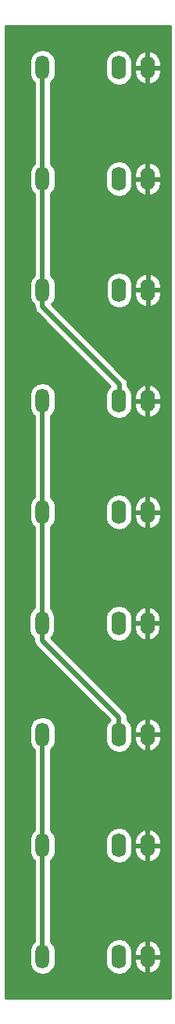
<source format=gbr>
G04 #@! TF.GenerationSoftware,KiCad,Pcbnew,(5.0.1-3-g963ef8bb5)*
G04 #@! TF.CreationDate,2019-01-13T13:31:38+08:00*
G04 #@! TF.ProjectId,PassiveMult,506173736976654D756C742E6B696361,rev?*
G04 #@! TF.SameCoordinates,PX8d9f26cPY642443c*
G04 #@! TF.FileFunction,Copper,L2,Bot,Signal*
G04 #@! TF.FilePolarity,Positive*
%FSLAX46Y46*%
G04 Gerber Fmt 4.6, Leading zero omitted, Abs format (unit mm)*
G04 Created by KiCad (PCBNEW (5.0.1-3-g963ef8bb5)) date 2019 January 13, Sunday 13:31:38*
%MOMM*%
%LPD*%
G01*
G04 APERTURE LIST*
G04 #@! TA.AperFunction,ComponentPad*
%ADD10O,1.600000X2.600000*%
G04 #@! TD*
G04 #@! TA.AperFunction,ComponentPad*
%ADD11O,1.600000X2.400000*%
G04 #@! TD*
G04 #@! TA.AperFunction,ComponentPad*
%ADD12O,1.500000X2.600000*%
G04 #@! TD*
G04 #@! TA.AperFunction,Conductor*
%ADD13C,0.500000*%
G04 #@! TD*
G04 #@! TA.AperFunction,Conductor*
%ADD14C,0.254000*%
G04 #@! TD*
G04 APERTURE END LIST*
D10*
G04 #@! TO.P,J9,TN*
G04 #@! TO.N,Net-(J9-PadTN)*
X3380000Y-48006000D03*
D11*
G04 #@! TO.P,J9,S*
G04 #@! TO.N,GND*
X6480000Y-48006000D03*
D12*
G04 #@! TO.P,J9,T*
G04 #@! TO.N,Net-(J7-PadT)*
X-4920000Y-48006000D03*
G04 #@! TD*
G04 #@! TO.P,J8,T*
G04 #@! TO.N,Net-(J7-PadT)*
X-4920000Y-35991800D03*
D11*
G04 #@! TO.P,J8,S*
G04 #@! TO.N,GND*
X6480000Y-35991800D03*
D10*
G04 #@! TO.P,J8,TN*
G04 #@! TO.N,Net-(J8-PadTN)*
X3380000Y-35991800D03*
G04 #@! TD*
G04 #@! TO.P,J7,TN*
G04 #@! TO.N,Net-(J4-PadT)*
X3380000Y-24003000D03*
D11*
G04 #@! TO.P,J7,S*
G04 #@! TO.N,GND*
X6480000Y-24003000D03*
D12*
G04 #@! TO.P,J7,T*
G04 #@! TO.N,Net-(J7-PadT)*
X-4920000Y-24003000D03*
G04 #@! TD*
G04 #@! TO.P,J6,T*
G04 #@! TO.N,Net-(J4-PadT)*
X-4945400Y-11988800D03*
D11*
G04 #@! TO.P,J6,S*
G04 #@! TO.N,GND*
X6454600Y-11988800D03*
D10*
G04 #@! TO.P,J6,TN*
G04 #@! TO.N,Net-(J6-PadTN)*
X3354600Y-11988800D03*
G04 #@! TD*
G04 #@! TO.P,J5,TN*
G04 #@! TO.N,Net-(J5-PadTN)*
X3380000Y0D03*
D11*
G04 #@! TO.P,J5,S*
G04 #@! TO.N,GND*
X6480000Y0D03*
D12*
G04 #@! TO.P,J5,T*
G04 #@! TO.N,Net-(J4-PadT)*
X-4920000Y0D03*
G04 #@! TD*
G04 #@! TO.P,J4,T*
G04 #@! TO.N,Net-(J4-PadT)*
X-4920000Y12014200D03*
D11*
G04 #@! TO.P,J4,S*
G04 #@! TO.N,GND*
X6480000Y12014200D03*
D10*
G04 #@! TO.P,J4,TN*
G04 #@! TO.N,Net-(J1-PadT)*
X3380000Y12014200D03*
G04 #@! TD*
G04 #@! TO.P,J3,TN*
G04 #@! TO.N,Net-(J3-PadTN)*
X3405400Y23977600D03*
D11*
G04 #@! TO.P,J3,S*
G04 #@! TO.N,GND*
X6505400Y23977600D03*
D12*
G04 #@! TO.P,J3,T*
G04 #@! TO.N,Net-(J1-PadT)*
X-4894600Y23977600D03*
G04 #@! TD*
G04 #@! TO.P,J2,T*
G04 #@! TO.N,Net-(J1-PadT)*
X-4920000Y35991800D03*
D11*
G04 #@! TO.P,J2,S*
G04 #@! TO.N,GND*
X6480000Y35991800D03*
D10*
G04 #@! TO.P,J2,TN*
G04 #@! TO.N,Net-(J2-PadTN)*
X3380000Y35991800D03*
G04 #@! TD*
G04 #@! TO.P,J1,TN*
G04 #@! TO.N,Net-(J1-PadTN)*
X3380000Y48006000D03*
D11*
G04 #@! TO.P,J1,S*
G04 #@! TO.N,GND*
X6480000Y48006000D03*
D12*
G04 #@! TO.P,J1,T*
G04 #@! TO.N,Net-(J1-PadT)*
X-4920000Y48006000D03*
G04 #@! TD*
D13*
G04 #@! TO.N,Net-(J1-PadT)*
X-4920000Y48006000D02*
X-4920000Y35991800D01*
X-4920000Y24003000D02*
X-4894600Y23977600D01*
X-4920000Y35991800D02*
X-4920000Y24003000D01*
X3429000Y12063200D02*
X3380000Y12014200D01*
X3429000Y13843000D02*
X3429000Y12063200D01*
X-4894600Y22166600D02*
X3429000Y13843000D01*
X-4894600Y23977600D02*
X-4894600Y22166600D01*
G04 #@! TO.N,Net-(J4-PadT)*
X-4920000Y12014200D02*
X-4920000Y0D01*
X-4920000Y-11963400D02*
X-4945400Y-11988800D01*
X-4920000Y0D02*
X-4920000Y-11963400D01*
X3380000Y-22176000D02*
X3380000Y-24003000D01*
X-4945400Y-13850600D02*
X3380000Y-22176000D01*
X-4945400Y-11988800D02*
X-4945400Y-13850600D01*
G04 #@! TO.N,Net-(J7-PadT)*
X-4920000Y-25803000D02*
X-4920000Y-35991800D01*
X-4920000Y-24003000D02*
X-4920000Y-25803000D01*
X-4920000Y-37791800D02*
X-4920000Y-48006000D01*
X-4920000Y-35991800D02*
X-4920000Y-37791800D01*
G04 #@! TD*
D14*
G04 #@! TO.N,GND*
G36*
X8925000Y-52512460D02*
X-8925000Y-52512460D01*
X-8925000Y-23316594D01*
X-6305000Y-23316594D01*
X-6305000Y-24689407D01*
X-6224641Y-25093400D01*
X-5918528Y-25551529D01*
X-5804999Y-25627387D01*
X-5804999Y-25715831D01*
X-5805000Y-25715836D01*
X-5804999Y-34367414D01*
X-5918529Y-34443272D01*
X-6224641Y-34901401D01*
X-6305000Y-35305394D01*
X-6305000Y-36678207D01*
X-6224641Y-37082200D01*
X-5918528Y-37540329D01*
X-5804999Y-37616187D01*
X-5804999Y-37704631D01*
X-5805000Y-37704636D01*
X-5804999Y-46381614D01*
X-5918529Y-46457472D01*
X-6224641Y-46915601D01*
X-6305000Y-47319594D01*
X-6305000Y-48692407D01*
X-6224641Y-49096400D01*
X-5918528Y-49554529D01*
X-5460399Y-49860641D01*
X-4920000Y-49968133D01*
X-4379600Y-49860641D01*
X-3921471Y-49554529D01*
X-3615359Y-49096400D01*
X-3535000Y-48692407D01*
X-3535000Y-47364668D01*
X1945000Y-47364668D01*
X1945000Y-48647333D01*
X2028260Y-49065909D01*
X2345424Y-49540577D01*
X2820092Y-49857740D01*
X3380000Y-49969113D01*
X3939909Y-49857740D01*
X4414577Y-49540577D01*
X4731740Y-49065909D01*
X4815000Y-48647333D01*
X4815000Y-48133000D01*
X5045000Y-48133000D01*
X5045000Y-48533000D01*
X5202834Y-49072483D01*
X5555104Y-49510500D01*
X6048181Y-49780367D01*
X6130961Y-49797904D01*
X6353000Y-49675915D01*
X6353000Y-48133000D01*
X6607000Y-48133000D01*
X6607000Y-49675915D01*
X6829039Y-49797904D01*
X6911819Y-49780367D01*
X7404896Y-49510500D01*
X7757166Y-49072483D01*
X7915000Y-48533000D01*
X7915000Y-48133000D01*
X6607000Y-48133000D01*
X6353000Y-48133000D01*
X5045000Y-48133000D01*
X4815000Y-48133000D01*
X4815000Y-47479000D01*
X5045000Y-47479000D01*
X5045000Y-47879000D01*
X6353000Y-47879000D01*
X6353000Y-46336085D01*
X6607000Y-46336085D01*
X6607000Y-47879000D01*
X7915000Y-47879000D01*
X7915000Y-47479000D01*
X7757166Y-46939517D01*
X7404896Y-46501500D01*
X6911819Y-46231633D01*
X6829039Y-46214096D01*
X6607000Y-46336085D01*
X6353000Y-46336085D01*
X6130961Y-46214096D01*
X6048181Y-46231633D01*
X5555104Y-46501500D01*
X5202834Y-46939517D01*
X5045000Y-47479000D01*
X4815000Y-47479000D01*
X4815000Y-47364667D01*
X4731740Y-46946091D01*
X4414576Y-46471423D01*
X3939908Y-46154260D01*
X3380000Y-46042887D01*
X2820091Y-46154260D01*
X2345423Y-46471424D01*
X2028260Y-46946092D01*
X1945000Y-47364668D01*
X-3535000Y-47364668D01*
X-3535000Y-47319593D01*
X-3615359Y-46915600D01*
X-3921472Y-46457471D01*
X-4035000Y-46381614D01*
X-4035000Y-37616187D01*
X-3921471Y-37540329D01*
X-3615359Y-37082200D01*
X-3535000Y-36678207D01*
X-3535000Y-35350468D01*
X1945000Y-35350468D01*
X1945000Y-36633133D01*
X2028260Y-37051709D01*
X2345424Y-37526377D01*
X2820092Y-37843540D01*
X3380000Y-37954913D01*
X3939909Y-37843540D01*
X4414577Y-37526377D01*
X4731740Y-37051709D01*
X4815000Y-36633133D01*
X4815000Y-36118800D01*
X5045000Y-36118800D01*
X5045000Y-36518800D01*
X5202834Y-37058283D01*
X5555104Y-37496300D01*
X6048181Y-37766167D01*
X6130961Y-37783704D01*
X6353000Y-37661715D01*
X6353000Y-36118800D01*
X6607000Y-36118800D01*
X6607000Y-37661715D01*
X6829039Y-37783704D01*
X6911819Y-37766167D01*
X7404896Y-37496300D01*
X7757166Y-37058283D01*
X7915000Y-36518800D01*
X7915000Y-36118800D01*
X6607000Y-36118800D01*
X6353000Y-36118800D01*
X5045000Y-36118800D01*
X4815000Y-36118800D01*
X4815000Y-35464800D01*
X5045000Y-35464800D01*
X5045000Y-35864800D01*
X6353000Y-35864800D01*
X6353000Y-34321885D01*
X6607000Y-34321885D01*
X6607000Y-35864800D01*
X7915000Y-35864800D01*
X7915000Y-35464800D01*
X7757166Y-34925317D01*
X7404896Y-34487300D01*
X6911819Y-34217433D01*
X6829039Y-34199896D01*
X6607000Y-34321885D01*
X6353000Y-34321885D01*
X6130961Y-34199896D01*
X6048181Y-34217433D01*
X5555104Y-34487300D01*
X5202834Y-34925317D01*
X5045000Y-35464800D01*
X4815000Y-35464800D01*
X4815000Y-35350467D01*
X4731740Y-34931891D01*
X4414576Y-34457223D01*
X3939908Y-34140060D01*
X3380000Y-34028687D01*
X2820091Y-34140060D01*
X2345423Y-34457224D01*
X2028260Y-34931892D01*
X1945000Y-35350468D01*
X-3535000Y-35350468D01*
X-3535000Y-35305393D01*
X-3615359Y-34901400D01*
X-3921472Y-34443271D01*
X-4035000Y-34367414D01*
X-4035000Y-25627387D01*
X-3921471Y-25551529D01*
X-3615359Y-25093400D01*
X-3535000Y-24689407D01*
X-3535000Y-23316593D01*
X-3615359Y-22912600D01*
X-3921472Y-22454471D01*
X-4379601Y-22148359D01*
X-4920000Y-22040867D01*
X-5460400Y-22148359D01*
X-5918529Y-22454472D01*
X-6224641Y-22912601D01*
X-6305000Y-23316594D01*
X-8925000Y-23316594D01*
X-8925000Y-11302394D01*
X-6330400Y-11302394D01*
X-6330400Y-12675207D01*
X-6250041Y-13079200D01*
X-5943928Y-13537329D01*
X-5830399Y-13613187D01*
X-5830399Y-13763435D01*
X-5847737Y-13850600D01*
X-5779052Y-14195909D01*
X-5632824Y-14414754D01*
X-5632822Y-14414756D01*
X-5583448Y-14488649D01*
X-5509555Y-14538023D01*
X2390635Y-22438214D01*
X2345423Y-22468424D01*
X2028260Y-22943092D01*
X1945000Y-23361668D01*
X1945000Y-24644333D01*
X2028260Y-25062909D01*
X2345424Y-25537577D01*
X2820092Y-25854740D01*
X3380000Y-25966113D01*
X3939909Y-25854740D01*
X4414577Y-25537577D01*
X4731740Y-25062909D01*
X4815000Y-24644333D01*
X4815000Y-24130000D01*
X5045000Y-24130000D01*
X5045000Y-24530000D01*
X5202834Y-25069483D01*
X5555104Y-25507500D01*
X6048181Y-25777367D01*
X6130961Y-25794904D01*
X6353000Y-25672915D01*
X6353000Y-24130000D01*
X6607000Y-24130000D01*
X6607000Y-25672915D01*
X6829039Y-25794904D01*
X6911819Y-25777367D01*
X7404896Y-25507500D01*
X7757166Y-25069483D01*
X7915000Y-24530000D01*
X7915000Y-24130000D01*
X6607000Y-24130000D01*
X6353000Y-24130000D01*
X5045000Y-24130000D01*
X4815000Y-24130000D01*
X4815000Y-23476000D01*
X5045000Y-23476000D01*
X5045000Y-23876000D01*
X6353000Y-23876000D01*
X6353000Y-22333085D01*
X6607000Y-22333085D01*
X6607000Y-23876000D01*
X7915000Y-23876000D01*
X7915000Y-23476000D01*
X7757166Y-22936517D01*
X7404896Y-22498500D01*
X6911819Y-22228633D01*
X6829039Y-22211096D01*
X6607000Y-22333085D01*
X6353000Y-22333085D01*
X6130961Y-22211096D01*
X6048181Y-22228633D01*
X5555104Y-22498500D01*
X5202834Y-22936517D01*
X5045000Y-23476000D01*
X4815000Y-23476000D01*
X4815000Y-23361667D01*
X4731740Y-22943091D01*
X4414576Y-22468423D01*
X4265000Y-22368480D01*
X4265000Y-22263161D01*
X4282337Y-22176000D01*
X4265000Y-22088839D01*
X4265000Y-22088835D01*
X4213652Y-21830690D01*
X4018049Y-21537951D01*
X3944156Y-21488578D01*
X-3982971Y-13561451D01*
X-3946871Y-13537329D01*
X-3640759Y-13079200D01*
X-3560400Y-12675207D01*
X-3560400Y-11347468D01*
X1919600Y-11347468D01*
X1919600Y-12630133D01*
X2002860Y-13048709D01*
X2320024Y-13523377D01*
X2794692Y-13840540D01*
X3354600Y-13951913D01*
X3914509Y-13840540D01*
X4389177Y-13523377D01*
X4706340Y-13048709D01*
X4789600Y-12630133D01*
X4789600Y-12115800D01*
X5019600Y-12115800D01*
X5019600Y-12515800D01*
X5177434Y-13055283D01*
X5529704Y-13493300D01*
X6022781Y-13763167D01*
X6105561Y-13780704D01*
X6327600Y-13658715D01*
X6327600Y-12115800D01*
X6581600Y-12115800D01*
X6581600Y-13658715D01*
X6803639Y-13780704D01*
X6886419Y-13763167D01*
X7379496Y-13493300D01*
X7731766Y-13055283D01*
X7889600Y-12515800D01*
X7889600Y-12115800D01*
X6581600Y-12115800D01*
X6327600Y-12115800D01*
X5019600Y-12115800D01*
X4789600Y-12115800D01*
X4789600Y-11461800D01*
X5019600Y-11461800D01*
X5019600Y-11861800D01*
X6327600Y-11861800D01*
X6327600Y-10318885D01*
X6581600Y-10318885D01*
X6581600Y-11861800D01*
X7889600Y-11861800D01*
X7889600Y-11461800D01*
X7731766Y-10922317D01*
X7379496Y-10484300D01*
X6886419Y-10214433D01*
X6803639Y-10196896D01*
X6581600Y-10318885D01*
X6327600Y-10318885D01*
X6105561Y-10196896D01*
X6022781Y-10214433D01*
X5529704Y-10484300D01*
X5177434Y-10922317D01*
X5019600Y-11461800D01*
X4789600Y-11461800D01*
X4789600Y-11347467D01*
X4706340Y-10928891D01*
X4389176Y-10454223D01*
X3914508Y-10137060D01*
X3354600Y-10025687D01*
X2794691Y-10137060D01*
X2320023Y-10454224D01*
X2002860Y-10928892D01*
X1919600Y-11347468D01*
X-3560400Y-11347468D01*
X-3560400Y-11302393D01*
X-3640759Y-10898400D01*
X-3946872Y-10440271D01*
X-4035000Y-10381386D01*
X-4035000Y-1624387D01*
X-3921471Y-1548529D01*
X-3615359Y-1090400D01*
X-3535000Y-686407D01*
X-3535000Y641332D01*
X1945000Y641332D01*
X1945000Y-641333D01*
X2028260Y-1059909D01*
X2345424Y-1534577D01*
X2820092Y-1851740D01*
X3380000Y-1963113D01*
X3939909Y-1851740D01*
X4414577Y-1534577D01*
X4731740Y-1059909D01*
X4815000Y-641333D01*
X4815000Y-127000D01*
X5045000Y-127000D01*
X5045000Y-527000D01*
X5202834Y-1066483D01*
X5555104Y-1504500D01*
X6048181Y-1774367D01*
X6130961Y-1791904D01*
X6353000Y-1669915D01*
X6353000Y-127000D01*
X6607000Y-127000D01*
X6607000Y-1669915D01*
X6829039Y-1791904D01*
X6911819Y-1774367D01*
X7404896Y-1504500D01*
X7757166Y-1066483D01*
X7915000Y-527000D01*
X7915000Y-127000D01*
X6607000Y-127000D01*
X6353000Y-127000D01*
X5045000Y-127000D01*
X4815000Y-127000D01*
X4815000Y527000D01*
X5045000Y527000D01*
X5045000Y127000D01*
X6353000Y127000D01*
X6353000Y1669915D01*
X6607000Y1669915D01*
X6607000Y127000D01*
X7915000Y127000D01*
X7915000Y527000D01*
X7757166Y1066483D01*
X7404896Y1504500D01*
X6911819Y1774367D01*
X6829039Y1791904D01*
X6607000Y1669915D01*
X6353000Y1669915D01*
X6130961Y1791904D01*
X6048181Y1774367D01*
X5555104Y1504500D01*
X5202834Y1066483D01*
X5045000Y527000D01*
X4815000Y527000D01*
X4815000Y641333D01*
X4731740Y1059909D01*
X4414576Y1534577D01*
X3939908Y1851740D01*
X3380000Y1963113D01*
X2820091Y1851740D01*
X2345423Y1534576D01*
X2028260Y1059908D01*
X1945000Y641332D01*
X-3535000Y641332D01*
X-3535000Y686407D01*
X-3615359Y1090400D01*
X-3921472Y1548529D01*
X-4035000Y1624386D01*
X-4035000Y10389813D01*
X-3921471Y10465671D01*
X-3615359Y10923800D01*
X-3535000Y11327793D01*
X-3535000Y12700607D01*
X-3615359Y13104600D01*
X-3921472Y13562729D01*
X-4379601Y13868841D01*
X-4920000Y13976333D01*
X-5460400Y13868841D01*
X-5918529Y13562728D01*
X-6224641Y13104599D01*
X-6305000Y12700606D01*
X-6305000Y11327793D01*
X-6224641Y10923800D01*
X-5918528Y10465671D01*
X-5805000Y10389814D01*
X-5804999Y1624386D01*
X-5918529Y1548528D01*
X-6224641Y1090399D01*
X-6305000Y686406D01*
X-6305000Y-686407D01*
X-6224641Y-1090400D01*
X-5918528Y-1548529D01*
X-5805000Y-1624386D01*
X-5804999Y-10347442D01*
X-5943929Y-10440272D01*
X-6250041Y-10898401D01*
X-6330400Y-11302394D01*
X-8925000Y-11302394D01*
X-8925000Y48692406D01*
X-6305000Y48692406D01*
X-6305000Y47319593D01*
X-6224641Y46915600D01*
X-5918528Y46457471D01*
X-5805000Y46381614D01*
X-5804999Y37616186D01*
X-5918529Y37540328D01*
X-6224641Y37082199D01*
X-6305000Y36678206D01*
X-6305000Y35305393D01*
X-6224641Y34901400D01*
X-5918528Y34443271D01*
X-5805000Y34367414D01*
X-5804999Y25585015D01*
X-5893129Y25526128D01*
X-6199241Y25067999D01*
X-6279600Y24664006D01*
X-6279600Y23291193D01*
X-6199241Y22887200D01*
X-5893128Y22429071D01*
X-5779599Y22353213D01*
X-5779599Y22253765D01*
X-5796937Y22166600D01*
X-5728252Y21821291D01*
X-5582024Y21602446D01*
X-5582022Y21602444D01*
X-5532648Y21528551D01*
X-5458755Y21479177D01*
X2421087Y13599334D01*
X2345423Y13548776D01*
X2028260Y13074108D01*
X1945000Y12655532D01*
X1945000Y11372867D01*
X2028260Y10954291D01*
X2345424Y10479623D01*
X2820092Y10162460D01*
X3380000Y10051087D01*
X3939909Y10162460D01*
X4414577Y10479623D01*
X4731740Y10954291D01*
X4815000Y11372867D01*
X4815000Y11887200D01*
X5045000Y11887200D01*
X5045000Y11487200D01*
X5202834Y10947717D01*
X5555104Y10509700D01*
X6048181Y10239833D01*
X6130961Y10222296D01*
X6353000Y10344285D01*
X6353000Y11887200D01*
X6607000Y11887200D01*
X6607000Y10344285D01*
X6829039Y10222296D01*
X6911819Y10239833D01*
X7404896Y10509700D01*
X7757166Y10947717D01*
X7915000Y11487200D01*
X7915000Y11887200D01*
X6607000Y11887200D01*
X6353000Y11887200D01*
X5045000Y11887200D01*
X4815000Y11887200D01*
X4815000Y12541200D01*
X5045000Y12541200D01*
X5045000Y12141200D01*
X6353000Y12141200D01*
X6353000Y13684115D01*
X6607000Y13684115D01*
X6607000Y12141200D01*
X7915000Y12141200D01*
X7915000Y12541200D01*
X7757166Y13080683D01*
X7404896Y13518700D01*
X6911819Y13788567D01*
X6829039Y13806104D01*
X6607000Y13684115D01*
X6353000Y13684115D01*
X6130961Y13806104D01*
X6048181Y13788567D01*
X5555104Y13518700D01*
X5202834Y13080683D01*
X5045000Y12541200D01*
X4815000Y12541200D01*
X4815000Y12655533D01*
X4731740Y13074109D01*
X4414576Y13548777D01*
X4314000Y13615980D01*
X4314000Y13755840D01*
X4331337Y13843001D01*
X4314000Y13930164D01*
X4314000Y13930165D01*
X4262652Y14188310D01*
X4067049Y14481049D01*
X3993156Y14530422D01*
X-3901719Y22425297D01*
X-3896071Y22429071D01*
X-3589959Y22887200D01*
X-3509600Y23291193D01*
X-3509600Y24618932D01*
X1970400Y24618932D01*
X1970400Y23336267D01*
X2053660Y22917691D01*
X2370824Y22443023D01*
X2845492Y22125860D01*
X3405400Y22014487D01*
X3965309Y22125860D01*
X4439977Y22443023D01*
X4757140Y22917691D01*
X4840400Y23336267D01*
X4840400Y23850600D01*
X5070400Y23850600D01*
X5070400Y23450600D01*
X5228234Y22911117D01*
X5580504Y22473100D01*
X6073581Y22203233D01*
X6156361Y22185696D01*
X6378400Y22307685D01*
X6378400Y23850600D01*
X6632400Y23850600D01*
X6632400Y22307685D01*
X6854439Y22185696D01*
X6937219Y22203233D01*
X7430296Y22473100D01*
X7782566Y22911117D01*
X7940400Y23450600D01*
X7940400Y23850600D01*
X6632400Y23850600D01*
X6378400Y23850600D01*
X5070400Y23850600D01*
X4840400Y23850600D01*
X4840400Y24504600D01*
X5070400Y24504600D01*
X5070400Y24104600D01*
X6378400Y24104600D01*
X6378400Y25647515D01*
X6632400Y25647515D01*
X6632400Y24104600D01*
X7940400Y24104600D01*
X7940400Y24504600D01*
X7782566Y25044083D01*
X7430296Y25482100D01*
X6937219Y25751967D01*
X6854439Y25769504D01*
X6632400Y25647515D01*
X6378400Y25647515D01*
X6156361Y25769504D01*
X6073581Y25751967D01*
X5580504Y25482100D01*
X5228234Y25044083D01*
X5070400Y24504600D01*
X4840400Y24504600D01*
X4840400Y24618933D01*
X4757140Y25037509D01*
X4439976Y25512177D01*
X3965308Y25829340D01*
X3405400Y25940713D01*
X2845491Y25829340D01*
X2370823Y25512176D01*
X2053660Y25037508D01*
X1970400Y24618932D01*
X-3509600Y24618932D01*
X-3509600Y24664007D01*
X-3589959Y25068000D01*
X-3896072Y25526129D01*
X-4035000Y25618958D01*
X-4035000Y34367413D01*
X-3921471Y34443271D01*
X-3615359Y34901400D01*
X-3535000Y35305393D01*
X-3535000Y36633132D01*
X1945000Y36633132D01*
X1945000Y35350467D01*
X2028260Y34931891D01*
X2345424Y34457223D01*
X2820092Y34140060D01*
X3380000Y34028687D01*
X3939909Y34140060D01*
X4414577Y34457223D01*
X4731740Y34931891D01*
X4815000Y35350467D01*
X4815000Y35864800D01*
X5045000Y35864800D01*
X5045000Y35464800D01*
X5202834Y34925317D01*
X5555104Y34487300D01*
X6048181Y34217433D01*
X6130961Y34199896D01*
X6353000Y34321885D01*
X6353000Y35864800D01*
X6607000Y35864800D01*
X6607000Y34321885D01*
X6829039Y34199896D01*
X6911819Y34217433D01*
X7404896Y34487300D01*
X7757166Y34925317D01*
X7915000Y35464800D01*
X7915000Y35864800D01*
X6607000Y35864800D01*
X6353000Y35864800D01*
X5045000Y35864800D01*
X4815000Y35864800D01*
X4815000Y36518800D01*
X5045000Y36518800D01*
X5045000Y36118800D01*
X6353000Y36118800D01*
X6353000Y37661715D01*
X6607000Y37661715D01*
X6607000Y36118800D01*
X7915000Y36118800D01*
X7915000Y36518800D01*
X7757166Y37058283D01*
X7404896Y37496300D01*
X6911819Y37766167D01*
X6829039Y37783704D01*
X6607000Y37661715D01*
X6353000Y37661715D01*
X6130961Y37783704D01*
X6048181Y37766167D01*
X5555104Y37496300D01*
X5202834Y37058283D01*
X5045000Y36518800D01*
X4815000Y36518800D01*
X4815000Y36633133D01*
X4731740Y37051709D01*
X4414576Y37526377D01*
X3939908Y37843540D01*
X3380000Y37954913D01*
X2820091Y37843540D01*
X2345423Y37526376D01*
X2028260Y37051708D01*
X1945000Y36633132D01*
X-3535000Y36633132D01*
X-3535000Y36678207D01*
X-3615359Y37082200D01*
X-3921472Y37540329D01*
X-4035000Y37616186D01*
X-4035000Y46381613D01*
X-3921471Y46457471D01*
X-3615359Y46915600D01*
X-3535000Y47319593D01*
X-3535000Y48647332D01*
X1945000Y48647332D01*
X1945000Y47364667D01*
X2028260Y46946091D01*
X2345424Y46471423D01*
X2820092Y46154260D01*
X3380000Y46042887D01*
X3939909Y46154260D01*
X4414577Y46471423D01*
X4731740Y46946091D01*
X4815000Y47364667D01*
X4815000Y47879000D01*
X5045000Y47879000D01*
X5045000Y47479000D01*
X5202834Y46939517D01*
X5555104Y46501500D01*
X6048181Y46231633D01*
X6130961Y46214096D01*
X6353000Y46336085D01*
X6353000Y47879000D01*
X6607000Y47879000D01*
X6607000Y46336085D01*
X6829039Y46214096D01*
X6911819Y46231633D01*
X7404896Y46501500D01*
X7757166Y46939517D01*
X7915000Y47479000D01*
X7915000Y47879000D01*
X6607000Y47879000D01*
X6353000Y47879000D01*
X5045000Y47879000D01*
X4815000Y47879000D01*
X4815000Y48533000D01*
X5045000Y48533000D01*
X5045000Y48133000D01*
X6353000Y48133000D01*
X6353000Y49675915D01*
X6607000Y49675915D01*
X6607000Y48133000D01*
X7915000Y48133000D01*
X7915000Y48533000D01*
X7757166Y49072483D01*
X7404896Y49510500D01*
X6911819Y49780367D01*
X6829039Y49797904D01*
X6607000Y49675915D01*
X6353000Y49675915D01*
X6130961Y49797904D01*
X6048181Y49780367D01*
X5555104Y49510500D01*
X5202834Y49072483D01*
X5045000Y48533000D01*
X4815000Y48533000D01*
X4815000Y48647333D01*
X4731740Y49065909D01*
X4414576Y49540577D01*
X3939908Y49857740D01*
X3380000Y49969113D01*
X2820091Y49857740D01*
X2345423Y49540576D01*
X2028260Y49065908D01*
X1945000Y48647332D01*
X-3535000Y48647332D01*
X-3535000Y48692407D01*
X-3615359Y49096400D01*
X-3921472Y49554529D01*
X-4379601Y49860641D01*
X-4920000Y49968133D01*
X-5460400Y49860641D01*
X-5918529Y49554528D01*
X-6224641Y49096399D01*
X-6305000Y48692406D01*
X-8925000Y48692406D01*
X-8925000Y52517540D01*
X8925001Y52517540D01*
X8925000Y-52512460D01*
X8925000Y-52512460D01*
G37*
X8925000Y-52512460D02*
X-8925000Y-52512460D01*
X-8925000Y-23316594D01*
X-6305000Y-23316594D01*
X-6305000Y-24689407D01*
X-6224641Y-25093400D01*
X-5918528Y-25551529D01*
X-5804999Y-25627387D01*
X-5804999Y-25715831D01*
X-5805000Y-25715836D01*
X-5804999Y-34367414D01*
X-5918529Y-34443272D01*
X-6224641Y-34901401D01*
X-6305000Y-35305394D01*
X-6305000Y-36678207D01*
X-6224641Y-37082200D01*
X-5918528Y-37540329D01*
X-5804999Y-37616187D01*
X-5804999Y-37704631D01*
X-5805000Y-37704636D01*
X-5804999Y-46381614D01*
X-5918529Y-46457472D01*
X-6224641Y-46915601D01*
X-6305000Y-47319594D01*
X-6305000Y-48692407D01*
X-6224641Y-49096400D01*
X-5918528Y-49554529D01*
X-5460399Y-49860641D01*
X-4920000Y-49968133D01*
X-4379600Y-49860641D01*
X-3921471Y-49554529D01*
X-3615359Y-49096400D01*
X-3535000Y-48692407D01*
X-3535000Y-47364668D01*
X1945000Y-47364668D01*
X1945000Y-48647333D01*
X2028260Y-49065909D01*
X2345424Y-49540577D01*
X2820092Y-49857740D01*
X3380000Y-49969113D01*
X3939909Y-49857740D01*
X4414577Y-49540577D01*
X4731740Y-49065909D01*
X4815000Y-48647333D01*
X4815000Y-48133000D01*
X5045000Y-48133000D01*
X5045000Y-48533000D01*
X5202834Y-49072483D01*
X5555104Y-49510500D01*
X6048181Y-49780367D01*
X6130961Y-49797904D01*
X6353000Y-49675915D01*
X6353000Y-48133000D01*
X6607000Y-48133000D01*
X6607000Y-49675915D01*
X6829039Y-49797904D01*
X6911819Y-49780367D01*
X7404896Y-49510500D01*
X7757166Y-49072483D01*
X7915000Y-48533000D01*
X7915000Y-48133000D01*
X6607000Y-48133000D01*
X6353000Y-48133000D01*
X5045000Y-48133000D01*
X4815000Y-48133000D01*
X4815000Y-47479000D01*
X5045000Y-47479000D01*
X5045000Y-47879000D01*
X6353000Y-47879000D01*
X6353000Y-46336085D01*
X6607000Y-46336085D01*
X6607000Y-47879000D01*
X7915000Y-47879000D01*
X7915000Y-47479000D01*
X7757166Y-46939517D01*
X7404896Y-46501500D01*
X6911819Y-46231633D01*
X6829039Y-46214096D01*
X6607000Y-46336085D01*
X6353000Y-46336085D01*
X6130961Y-46214096D01*
X6048181Y-46231633D01*
X5555104Y-46501500D01*
X5202834Y-46939517D01*
X5045000Y-47479000D01*
X4815000Y-47479000D01*
X4815000Y-47364667D01*
X4731740Y-46946091D01*
X4414576Y-46471423D01*
X3939908Y-46154260D01*
X3380000Y-46042887D01*
X2820091Y-46154260D01*
X2345423Y-46471424D01*
X2028260Y-46946092D01*
X1945000Y-47364668D01*
X-3535000Y-47364668D01*
X-3535000Y-47319593D01*
X-3615359Y-46915600D01*
X-3921472Y-46457471D01*
X-4035000Y-46381614D01*
X-4035000Y-37616187D01*
X-3921471Y-37540329D01*
X-3615359Y-37082200D01*
X-3535000Y-36678207D01*
X-3535000Y-35350468D01*
X1945000Y-35350468D01*
X1945000Y-36633133D01*
X2028260Y-37051709D01*
X2345424Y-37526377D01*
X2820092Y-37843540D01*
X3380000Y-37954913D01*
X3939909Y-37843540D01*
X4414577Y-37526377D01*
X4731740Y-37051709D01*
X4815000Y-36633133D01*
X4815000Y-36118800D01*
X5045000Y-36118800D01*
X5045000Y-36518800D01*
X5202834Y-37058283D01*
X5555104Y-37496300D01*
X6048181Y-37766167D01*
X6130961Y-37783704D01*
X6353000Y-37661715D01*
X6353000Y-36118800D01*
X6607000Y-36118800D01*
X6607000Y-37661715D01*
X6829039Y-37783704D01*
X6911819Y-37766167D01*
X7404896Y-37496300D01*
X7757166Y-37058283D01*
X7915000Y-36518800D01*
X7915000Y-36118800D01*
X6607000Y-36118800D01*
X6353000Y-36118800D01*
X5045000Y-36118800D01*
X4815000Y-36118800D01*
X4815000Y-35464800D01*
X5045000Y-35464800D01*
X5045000Y-35864800D01*
X6353000Y-35864800D01*
X6353000Y-34321885D01*
X6607000Y-34321885D01*
X6607000Y-35864800D01*
X7915000Y-35864800D01*
X7915000Y-35464800D01*
X7757166Y-34925317D01*
X7404896Y-34487300D01*
X6911819Y-34217433D01*
X6829039Y-34199896D01*
X6607000Y-34321885D01*
X6353000Y-34321885D01*
X6130961Y-34199896D01*
X6048181Y-34217433D01*
X5555104Y-34487300D01*
X5202834Y-34925317D01*
X5045000Y-35464800D01*
X4815000Y-35464800D01*
X4815000Y-35350467D01*
X4731740Y-34931891D01*
X4414576Y-34457223D01*
X3939908Y-34140060D01*
X3380000Y-34028687D01*
X2820091Y-34140060D01*
X2345423Y-34457224D01*
X2028260Y-34931892D01*
X1945000Y-35350468D01*
X-3535000Y-35350468D01*
X-3535000Y-35305393D01*
X-3615359Y-34901400D01*
X-3921472Y-34443271D01*
X-4035000Y-34367414D01*
X-4035000Y-25627387D01*
X-3921471Y-25551529D01*
X-3615359Y-25093400D01*
X-3535000Y-24689407D01*
X-3535000Y-23316593D01*
X-3615359Y-22912600D01*
X-3921472Y-22454471D01*
X-4379601Y-22148359D01*
X-4920000Y-22040867D01*
X-5460400Y-22148359D01*
X-5918529Y-22454472D01*
X-6224641Y-22912601D01*
X-6305000Y-23316594D01*
X-8925000Y-23316594D01*
X-8925000Y-11302394D01*
X-6330400Y-11302394D01*
X-6330400Y-12675207D01*
X-6250041Y-13079200D01*
X-5943928Y-13537329D01*
X-5830399Y-13613187D01*
X-5830399Y-13763435D01*
X-5847737Y-13850600D01*
X-5779052Y-14195909D01*
X-5632824Y-14414754D01*
X-5632822Y-14414756D01*
X-5583448Y-14488649D01*
X-5509555Y-14538023D01*
X2390635Y-22438214D01*
X2345423Y-22468424D01*
X2028260Y-22943092D01*
X1945000Y-23361668D01*
X1945000Y-24644333D01*
X2028260Y-25062909D01*
X2345424Y-25537577D01*
X2820092Y-25854740D01*
X3380000Y-25966113D01*
X3939909Y-25854740D01*
X4414577Y-25537577D01*
X4731740Y-25062909D01*
X4815000Y-24644333D01*
X4815000Y-24130000D01*
X5045000Y-24130000D01*
X5045000Y-24530000D01*
X5202834Y-25069483D01*
X5555104Y-25507500D01*
X6048181Y-25777367D01*
X6130961Y-25794904D01*
X6353000Y-25672915D01*
X6353000Y-24130000D01*
X6607000Y-24130000D01*
X6607000Y-25672915D01*
X6829039Y-25794904D01*
X6911819Y-25777367D01*
X7404896Y-25507500D01*
X7757166Y-25069483D01*
X7915000Y-24530000D01*
X7915000Y-24130000D01*
X6607000Y-24130000D01*
X6353000Y-24130000D01*
X5045000Y-24130000D01*
X4815000Y-24130000D01*
X4815000Y-23476000D01*
X5045000Y-23476000D01*
X5045000Y-23876000D01*
X6353000Y-23876000D01*
X6353000Y-22333085D01*
X6607000Y-22333085D01*
X6607000Y-23876000D01*
X7915000Y-23876000D01*
X7915000Y-23476000D01*
X7757166Y-22936517D01*
X7404896Y-22498500D01*
X6911819Y-22228633D01*
X6829039Y-22211096D01*
X6607000Y-22333085D01*
X6353000Y-22333085D01*
X6130961Y-22211096D01*
X6048181Y-22228633D01*
X5555104Y-22498500D01*
X5202834Y-22936517D01*
X5045000Y-23476000D01*
X4815000Y-23476000D01*
X4815000Y-23361667D01*
X4731740Y-22943091D01*
X4414576Y-22468423D01*
X4265000Y-22368480D01*
X4265000Y-22263161D01*
X4282337Y-22176000D01*
X4265000Y-22088839D01*
X4265000Y-22088835D01*
X4213652Y-21830690D01*
X4018049Y-21537951D01*
X3944156Y-21488578D01*
X-3982971Y-13561451D01*
X-3946871Y-13537329D01*
X-3640759Y-13079200D01*
X-3560400Y-12675207D01*
X-3560400Y-11347468D01*
X1919600Y-11347468D01*
X1919600Y-12630133D01*
X2002860Y-13048709D01*
X2320024Y-13523377D01*
X2794692Y-13840540D01*
X3354600Y-13951913D01*
X3914509Y-13840540D01*
X4389177Y-13523377D01*
X4706340Y-13048709D01*
X4789600Y-12630133D01*
X4789600Y-12115800D01*
X5019600Y-12115800D01*
X5019600Y-12515800D01*
X5177434Y-13055283D01*
X5529704Y-13493300D01*
X6022781Y-13763167D01*
X6105561Y-13780704D01*
X6327600Y-13658715D01*
X6327600Y-12115800D01*
X6581600Y-12115800D01*
X6581600Y-13658715D01*
X6803639Y-13780704D01*
X6886419Y-13763167D01*
X7379496Y-13493300D01*
X7731766Y-13055283D01*
X7889600Y-12515800D01*
X7889600Y-12115800D01*
X6581600Y-12115800D01*
X6327600Y-12115800D01*
X5019600Y-12115800D01*
X4789600Y-12115800D01*
X4789600Y-11461800D01*
X5019600Y-11461800D01*
X5019600Y-11861800D01*
X6327600Y-11861800D01*
X6327600Y-10318885D01*
X6581600Y-10318885D01*
X6581600Y-11861800D01*
X7889600Y-11861800D01*
X7889600Y-11461800D01*
X7731766Y-10922317D01*
X7379496Y-10484300D01*
X6886419Y-10214433D01*
X6803639Y-10196896D01*
X6581600Y-10318885D01*
X6327600Y-10318885D01*
X6105561Y-10196896D01*
X6022781Y-10214433D01*
X5529704Y-10484300D01*
X5177434Y-10922317D01*
X5019600Y-11461800D01*
X4789600Y-11461800D01*
X4789600Y-11347467D01*
X4706340Y-10928891D01*
X4389176Y-10454223D01*
X3914508Y-10137060D01*
X3354600Y-10025687D01*
X2794691Y-10137060D01*
X2320023Y-10454224D01*
X2002860Y-10928892D01*
X1919600Y-11347468D01*
X-3560400Y-11347468D01*
X-3560400Y-11302393D01*
X-3640759Y-10898400D01*
X-3946872Y-10440271D01*
X-4035000Y-10381386D01*
X-4035000Y-1624387D01*
X-3921471Y-1548529D01*
X-3615359Y-1090400D01*
X-3535000Y-686407D01*
X-3535000Y641332D01*
X1945000Y641332D01*
X1945000Y-641333D01*
X2028260Y-1059909D01*
X2345424Y-1534577D01*
X2820092Y-1851740D01*
X3380000Y-1963113D01*
X3939909Y-1851740D01*
X4414577Y-1534577D01*
X4731740Y-1059909D01*
X4815000Y-641333D01*
X4815000Y-127000D01*
X5045000Y-127000D01*
X5045000Y-527000D01*
X5202834Y-1066483D01*
X5555104Y-1504500D01*
X6048181Y-1774367D01*
X6130961Y-1791904D01*
X6353000Y-1669915D01*
X6353000Y-127000D01*
X6607000Y-127000D01*
X6607000Y-1669915D01*
X6829039Y-1791904D01*
X6911819Y-1774367D01*
X7404896Y-1504500D01*
X7757166Y-1066483D01*
X7915000Y-527000D01*
X7915000Y-127000D01*
X6607000Y-127000D01*
X6353000Y-127000D01*
X5045000Y-127000D01*
X4815000Y-127000D01*
X4815000Y527000D01*
X5045000Y527000D01*
X5045000Y127000D01*
X6353000Y127000D01*
X6353000Y1669915D01*
X6607000Y1669915D01*
X6607000Y127000D01*
X7915000Y127000D01*
X7915000Y527000D01*
X7757166Y1066483D01*
X7404896Y1504500D01*
X6911819Y1774367D01*
X6829039Y1791904D01*
X6607000Y1669915D01*
X6353000Y1669915D01*
X6130961Y1791904D01*
X6048181Y1774367D01*
X5555104Y1504500D01*
X5202834Y1066483D01*
X5045000Y527000D01*
X4815000Y527000D01*
X4815000Y641333D01*
X4731740Y1059909D01*
X4414576Y1534577D01*
X3939908Y1851740D01*
X3380000Y1963113D01*
X2820091Y1851740D01*
X2345423Y1534576D01*
X2028260Y1059908D01*
X1945000Y641332D01*
X-3535000Y641332D01*
X-3535000Y686407D01*
X-3615359Y1090400D01*
X-3921472Y1548529D01*
X-4035000Y1624386D01*
X-4035000Y10389813D01*
X-3921471Y10465671D01*
X-3615359Y10923800D01*
X-3535000Y11327793D01*
X-3535000Y12700607D01*
X-3615359Y13104600D01*
X-3921472Y13562729D01*
X-4379601Y13868841D01*
X-4920000Y13976333D01*
X-5460400Y13868841D01*
X-5918529Y13562728D01*
X-6224641Y13104599D01*
X-6305000Y12700606D01*
X-6305000Y11327793D01*
X-6224641Y10923800D01*
X-5918528Y10465671D01*
X-5805000Y10389814D01*
X-5804999Y1624386D01*
X-5918529Y1548528D01*
X-6224641Y1090399D01*
X-6305000Y686406D01*
X-6305000Y-686407D01*
X-6224641Y-1090400D01*
X-5918528Y-1548529D01*
X-5805000Y-1624386D01*
X-5804999Y-10347442D01*
X-5943929Y-10440272D01*
X-6250041Y-10898401D01*
X-6330400Y-11302394D01*
X-8925000Y-11302394D01*
X-8925000Y48692406D01*
X-6305000Y48692406D01*
X-6305000Y47319593D01*
X-6224641Y46915600D01*
X-5918528Y46457471D01*
X-5805000Y46381614D01*
X-5804999Y37616186D01*
X-5918529Y37540328D01*
X-6224641Y37082199D01*
X-6305000Y36678206D01*
X-6305000Y35305393D01*
X-6224641Y34901400D01*
X-5918528Y34443271D01*
X-5805000Y34367414D01*
X-5804999Y25585015D01*
X-5893129Y25526128D01*
X-6199241Y25067999D01*
X-6279600Y24664006D01*
X-6279600Y23291193D01*
X-6199241Y22887200D01*
X-5893128Y22429071D01*
X-5779599Y22353213D01*
X-5779599Y22253765D01*
X-5796937Y22166600D01*
X-5728252Y21821291D01*
X-5582024Y21602446D01*
X-5582022Y21602444D01*
X-5532648Y21528551D01*
X-5458755Y21479177D01*
X2421087Y13599334D01*
X2345423Y13548776D01*
X2028260Y13074108D01*
X1945000Y12655532D01*
X1945000Y11372867D01*
X2028260Y10954291D01*
X2345424Y10479623D01*
X2820092Y10162460D01*
X3380000Y10051087D01*
X3939909Y10162460D01*
X4414577Y10479623D01*
X4731740Y10954291D01*
X4815000Y11372867D01*
X4815000Y11887200D01*
X5045000Y11887200D01*
X5045000Y11487200D01*
X5202834Y10947717D01*
X5555104Y10509700D01*
X6048181Y10239833D01*
X6130961Y10222296D01*
X6353000Y10344285D01*
X6353000Y11887200D01*
X6607000Y11887200D01*
X6607000Y10344285D01*
X6829039Y10222296D01*
X6911819Y10239833D01*
X7404896Y10509700D01*
X7757166Y10947717D01*
X7915000Y11487200D01*
X7915000Y11887200D01*
X6607000Y11887200D01*
X6353000Y11887200D01*
X5045000Y11887200D01*
X4815000Y11887200D01*
X4815000Y12541200D01*
X5045000Y12541200D01*
X5045000Y12141200D01*
X6353000Y12141200D01*
X6353000Y13684115D01*
X6607000Y13684115D01*
X6607000Y12141200D01*
X7915000Y12141200D01*
X7915000Y12541200D01*
X7757166Y13080683D01*
X7404896Y13518700D01*
X6911819Y13788567D01*
X6829039Y13806104D01*
X6607000Y13684115D01*
X6353000Y13684115D01*
X6130961Y13806104D01*
X6048181Y13788567D01*
X5555104Y13518700D01*
X5202834Y13080683D01*
X5045000Y12541200D01*
X4815000Y12541200D01*
X4815000Y12655533D01*
X4731740Y13074109D01*
X4414576Y13548777D01*
X4314000Y13615980D01*
X4314000Y13755840D01*
X4331337Y13843001D01*
X4314000Y13930164D01*
X4314000Y13930165D01*
X4262652Y14188310D01*
X4067049Y14481049D01*
X3993156Y14530422D01*
X-3901719Y22425297D01*
X-3896071Y22429071D01*
X-3589959Y22887200D01*
X-3509600Y23291193D01*
X-3509600Y24618932D01*
X1970400Y24618932D01*
X1970400Y23336267D01*
X2053660Y22917691D01*
X2370824Y22443023D01*
X2845492Y22125860D01*
X3405400Y22014487D01*
X3965309Y22125860D01*
X4439977Y22443023D01*
X4757140Y22917691D01*
X4840400Y23336267D01*
X4840400Y23850600D01*
X5070400Y23850600D01*
X5070400Y23450600D01*
X5228234Y22911117D01*
X5580504Y22473100D01*
X6073581Y22203233D01*
X6156361Y22185696D01*
X6378400Y22307685D01*
X6378400Y23850600D01*
X6632400Y23850600D01*
X6632400Y22307685D01*
X6854439Y22185696D01*
X6937219Y22203233D01*
X7430296Y22473100D01*
X7782566Y22911117D01*
X7940400Y23450600D01*
X7940400Y23850600D01*
X6632400Y23850600D01*
X6378400Y23850600D01*
X5070400Y23850600D01*
X4840400Y23850600D01*
X4840400Y24504600D01*
X5070400Y24504600D01*
X5070400Y24104600D01*
X6378400Y24104600D01*
X6378400Y25647515D01*
X6632400Y25647515D01*
X6632400Y24104600D01*
X7940400Y24104600D01*
X7940400Y24504600D01*
X7782566Y25044083D01*
X7430296Y25482100D01*
X6937219Y25751967D01*
X6854439Y25769504D01*
X6632400Y25647515D01*
X6378400Y25647515D01*
X6156361Y25769504D01*
X6073581Y25751967D01*
X5580504Y25482100D01*
X5228234Y25044083D01*
X5070400Y24504600D01*
X4840400Y24504600D01*
X4840400Y24618933D01*
X4757140Y25037509D01*
X4439976Y25512177D01*
X3965308Y25829340D01*
X3405400Y25940713D01*
X2845491Y25829340D01*
X2370823Y25512176D01*
X2053660Y25037508D01*
X1970400Y24618932D01*
X-3509600Y24618932D01*
X-3509600Y24664007D01*
X-3589959Y25068000D01*
X-3896072Y25526129D01*
X-4035000Y25618958D01*
X-4035000Y34367413D01*
X-3921471Y34443271D01*
X-3615359Y34901400D01*
X-3535000Y35305393D01*
X-3535000Y36633132D01*
X1945000Y36633132D01*
X1945000Y35350467D01*
X2028260Y34931891D01*
X2345424Y34457223D01*
X2820092Y34140060D01*
X3380000Y34028687D01*
X3939909Y34140060D01*
X4414577Y34457223D01*
X4731740Y34931891D01*
X4815000Y35350467D01*
X4815000Y35864800D01*
X5045000Y35864800D01*
X5045000Y35464800D01*
X5202834Y34925317D01*
X5555104Y34487300D01*
X6048181Y34217433D01*
X6130961Y34199896D01*
X6353000Y34321885D01*
X6353000Y35864800D01*
X6607000Y35864800D01*
X6607000Y34321885D01*
X6829039Y34199896D01*
X6911819Y34217433D01*
X7404896Y34487300D01*
X7757166Y34925317D01*
X7915000Y35464800D01*
X7915000Y35864800D01*
X6607000Y35864800D01*
X6353000Y35864800D01*
X5045000Y35864800D01*
X4815000Y35864800D01*
X4815000Y36518800D01*
X5045000Y36518800D01*
X5045000Y36118800D01*
X6353000Y36118800D01*
X6353000Y37661715D01*
X6607000Y37661715D01*
X6607000Y36118800D01*
X7915000Y36118800D01*
X7915000Y36518800D01*
X7757166Y37058283D01*
X7404896Y37496300D01*
X6911819Y37766167D01*
X6829039Y37783704D01*
X6607000Y37661715D01*
X6353000Y37661715D01*
X6130961Y37783704D01*
X6048181Y37766167D01*
X5555104Y37496300D01*
X5202834Y37058283D01*
X5045000Y36518800D01*
X4815000Y36518800D01*
X4815000Y36633133D01*
X4731740Y37051709D01*
X4414576Y37526377D01*
X3939908Y37843540D01*
X3380000Y37954913D01*
X2820091Y37843540D01*
X2345423Y37526376D01*
X2028260Y37051708D01*
X1945000Y36633132D01*
X-3535000Y36633132D01*
X-3535000Y36678207D01*
X-3615359Y37082200D01*
X-3921472Y37540329D01*
X-4035000Y37616186D01*
X-4035000Y46381613D01*
X-3921471Y46457471D01*
X-3615359Y46915600D01*
X-3535000Y47319593D01*
X-3535000Y48647332D01*
X1945000Y48647332D01*
X1945000Y47364667D01*
X2028260Y46946091D01*
X2345424Y46471423D01*
X2820092Y46154260D01*
X3380000Y46042887D01*
X3939909Y46154260D01*
X4414577Y46471423D01*
X4731740Y46946091D01*
X4815000Y47364667D01*
X4815000Y47879000D01*
X5045000Y47879000D01*
X5045000Y47479000D01*
X5202834Y46939517D01*
X5555104Y46501500D01*
X6048181Y46231633D01*
X6130961Y46214096D01*
X6353000Y46336085D01*
X6353000Y47879000D01*
X6607000Y47879000D01*
X6607000Y46336085D01*
X6829039Y46214096D01*
X6911819Y46231633D01*
X7404896Y46501500D01*
X7757166Y46939517D01*
X7915000Y47479000D01*
X7915000Y47879000D01*
X6607000Y47879000D01*
X6353000Y47879000D01*
X5045000Y47879000D01*
X4815000Y47879000D01*
X4815000Y48533000D01*
X5045000Y48533000D01*
X5045000Y48133000D01*
X6353000Y48133000D01*
X6353000Y49675915D01*
X6607000Y49675915D01*
X6607000Y48133000D01*
X7915000Y48133000D01*
X7915000Y48533000D01*
X7757166Y49072483D01*
X7404896Y49510500D01*
X6911819Y49780367D01*
X6829039Y49797904D01*
X6607000Y49675915D01*
X6353000Y49675915D01*
X6130961Y49797904D01*
X6048181Y49780367D01*
X5555104Y49510500D01*
X5202834Y49072483D01*
X5045000Y48533000D01*
X4815000Y48533000D01*
X4815000Y48647333D01*
X4731740Y49065909D01*
X4414576Y49540577D01*
X3939908Y49857740D01*
X3380000Y49969113D01*
X2820091Y49857740D01*
X2345423Y49540576D01*
X2028260Y49065908D01*
X1945000Y48647332D01*
X-3535000Y48647332D01*
X-3535000Y48692407D01*
X-3615359Y49096400D01*
X-3921472Y49554529D01*
X-4379601Y49860641D01*
X-4920000Y49968133D01*
X-5460400Y49860641D01*
X-5918529Y49554528D01*
X-6224641Y49096399D01*
X-6305000Y48692406D01*
X-8925000Y48692406D01*
X-8925000Y52517540D01*
X8925001Y52517540D01*
X8925000Y-52512460D01*
G04 #@! TD*
M02*

</source>
